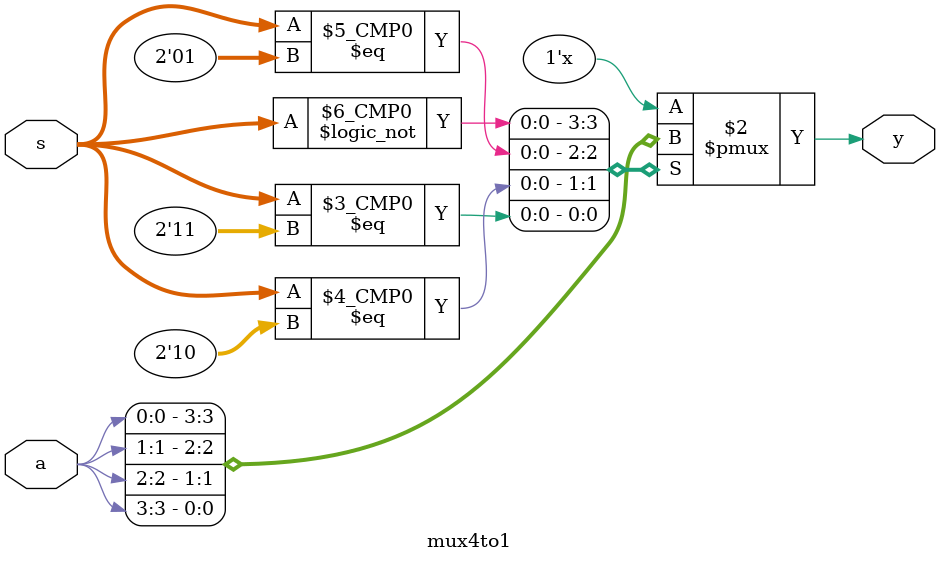
<source format=v>
module mux4to1 (a, s, y);
	input [3:0] a;
	input [1:0] s;
	output reg y;

	/* run whenever a or s change */
	always @ (a, s) begin
		case (s)
			2'b00: y = a[0];
			2'b01: y = a[1];
			2'b10: y = a[2];
			2'b11: y = a[3];
			default: y = 0;
		endcase
	end
endmodule

</source>
